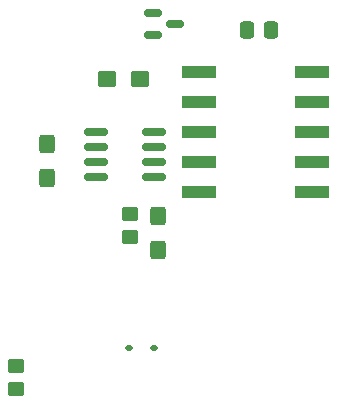
<source format=gbr>
%TF.GenerationSoftware,KiCad,Pcbnew,8.0.4-1.fc40*%
%TF.CreationDate,2024-08-27T20:57:41+02:00*%
%TF.ProjectId,ATU100 Alc interface,41545531-3030-4204-916c-6320696e7465,rev?*%
%TF.SameCoordinates,Original*%
%TF.FileFunction,Paste,Top*%
%TF.FilePolarity,Positive*%
%FSLAX46Y46*%
G04 Gerber Fmt 4.6, Leading zero omitted, Abs format (unit mm)*
G04 Created by KiCad (PCBNEW 8.0.4-1.fc40) date 2024-08-27 20:57:41*
%MOMM*%
%LPD*%
G01*
G04 APERTURE LIST*
G04 Aperture macros list*
%AMRoundRect*
0 Rectangle with rounded corners*
0 $1 Rounding radius*
0 $2 $3 $4 $5 $6 $7 $8 $9 X,Y pos of 4 corners*
0 Add a 4 corners polygon primitive as box body*
4,1,4,$2,$3,$4,$5,$6,$7,$8,$9,$2,$3,0*
0 Add four circle primitives for the rounded corners*
1,1,$1+$1,$2,$3*
1,1,$1+$1,$4,$5*
1,1,$1+$1,$6,$7*
1,1,$1+$1,$8,$9*
0 Add four rect primitives between the rounded corners*
20,1,$1+$1,$2,$3,$4,$5,0*
20,1,$1+$1,$4,$5,$6,$7,0*
20,1,$1+$1,$6,$7,$8,$9,0*
20,1,$1+$1,$8,$9,$2,$3,0*%
G04 Aperture macros list end*
%ADD10RoundRect,0.250000X-0.425000X0.537500X-0.425000X-0.537500X0.425000X-0.537500X0.425000X0.537500X0*%
%ADD11RoundRect,0.250000X-0.337500X-0.475000X0.337500X-0.475000X0.337500X0.475000X-0.337500X0.475000X0*%
%ADD12RoundRect,0.250000X0.450000X-0.350000X0.450000X0.350000X-0.450000X0.350000X-0.450000X-0.350000X0*%
%ADD13RoundRect,0.250000X0.537500X0.425000X-0.537500X0.425000X-0.537500X-0.425000X0.537500X-0.425000X0*%
%ADD14RoundRect,0.112500X-0.187500X-0.112500X0.187500X-0.112500X0.187500X0.112500X-0.187500X0.112500X0*%
%ADD15R,3.000000X1.000000*%
%ADD16RoundRect,0.150000X-0.587500X-0.150000X0.587500X-0.150000X0.587500X0.150000X-0.587500X0.150000X0*%
%ADD17RoundRect,0.250000X0.425000X-0.537500X0.425000X0.537500X-0.425000X0.537500X-0.425000X-0.537500X0*%
%ADD18RoundRect,0.150000X-0.825000X-0.150000X0.825000X-0.150000X0.825000X0.150000X-0.825000X0.150000X0*%
%ADD19RoundRect,0.250000X-0.450000X0.350000X-0.450000X-0.350000X0.450000X-0.350000X0.450000X0.350000X0*%
G04 APERTURE END LIST*
D10*
%TO.C,C2*%
X87175000Y-108867500D03*
X87175000Y-111742500D03*
%TD*%
D11*
%TO.C,C1*%
X104125000Y-99150000D03*
X106200000Y-99150000D03*
%TD*%
D12*
%TO.C,R1*%
X84600000Y-129600000D03*
X84600000Y-127600000D03*
%TD*%
D13*
%TO.C,C3*%
X95112500Y-103305000D03*
X92237500Y-103305000D03*
%TD*%
D14*
%TO.C,D1*%
X94150000Y-126100000D03*
X96250000Y-126100000D03*
%TD*%
D15*
%TO.C,K1*%
X100070000Y-102720000D03*
X100070000Y-105260000D03*
X100070000Y-107800000D03*
X100070000Y-110340000D03*
X100070000Y-112880000D03*
X109630000Y-112880000D03*
X109630000Y-110340000D03*
X109630000Y-107800000D03*
X109630000Y-105260000D03*
X109630000Y-102720000D03*
%TD*%
D16*
%TO.C,Q1*%
X96175000Y-97750000D03*
X96175000Y-99650000D03*
X98050000Y-98700000D03*
%TD*%
D17*
%TO.C,C4*%
X96600000Y-117787500D03*
X96600000Y-114912500D03*
%TD*%
D18*
%TO.C,U1*%
X91325000Y-107795000D03*
X91325000Y-109065000D03*
X91325000Y-110335000D03*
X91325000Y-111605000D03*
X96275000Y-111605000D03*
X96275000Y-110335000D03*
X96275000Y-109065000D03*
X96275000Y-107795000D03*
%TD*%
D19*
%TO.C,R2*%
X94250000Y-114750000D03*
X94250000Y-116750000D03*
%TD*%
M02*

</source>
